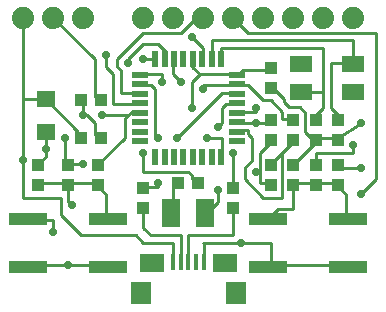
<source format=gbr>
G04 EAGLE Gerber RS-274X export*
G75*
%MOMM*%
%FSLAX34Y34*%
%LPD*%
%INTop Copper*%
%IPPOS*%
%AMOC8*
5,1,8,0,0,1.08239X$1,22.5*%
G01*
%ADD10R,1.800000X1.900000*%
%ADD11R,2.100000X1.600000*%
%ADD12R,0.400000X1.350000*%
%ADD13R,0.508000X1.473200*%
%ADD14R,1.473200X0.508000*%
%ADD15R,1.000000X1.100000*%
%ADD16R,1.100000X1.000000*%
%ADD17R,1.600000X1.400000*%
%ADD18C,1.879600*%
%ADD19R,3.199891X0.999997*%
%ADD20R,1.600000X2.400000*%
%ADD21R,1.900000X1.400000*%
%ADD22C,0.254000*%
%ADD23C,0.711200*%


D10*
X211450Y20850D03*
X131450Y20850D03*
D11*
X140450Y46350D03*
X202450Y46350D03*
D12*
X171450Y47600D03*
X177950Y47600D03*
X184450Y47600D03*
X164950Y47600D03*
X158450Y47600D03*
D13*
X199390Y218948D03*
X191516Y218948D03*
X183388Y218948D03*
X175514Y218948D03*
X167386Y218948D03*
X159512Y218948D03*
X151384Y218948D03*
X143510Y218948D03*
D14*
X130302Y205740D03*
X130302Y197866D03*
X130302Y189738D03*
X130302Y181864D03*
X130302Y173736D03*
X130302Y165862D03*
X130302Y157734D03*
X130302Y149860D03*
D13*
X143510Y136652D03*
X151384Y136652D03*
X159512Y136652D03*
X167386Y136652D03*
X175514Y136652D03*
X183388Y136652D03*
X191516Y136652D03*
X199390Y136652D03*
D14*
X212598Y149860D03*
X212598Y157734D03*
X212598Y165862D03*
X212598Y173736D03*
X212598Y181864D03*
X212598Y189738D03*
X212598Y197866D03*
X212598Y205740D03*
D15*
X69850Y112150D03*
X69850Y129150D03*
X95250Y129150D03*
X95250Y112150D03*
X279400Y112150D03*
X279400Y129150D03*
X298450Y129150D03*
X298450Y112150D03*
X260350Y167250D03*
X260350Y150250D03*
X241300Y112150D03*
X241300Y129150D03*
D16*
X162950Y114300D03*
X179950Y114300D03*
D15*
X44450Y112150D03*
X44450Y129150D03*
X260350Y112150D03*
X260350Y129150D03*
X279400Y167250D03*
X279400Y150250D03*
X298450Y167250D03*
X298450Y150250D03*
D16*
X80400Y152400D03*
X97400Y152400D03*
D15*
X133350Y93100D03*
X133350Y110100D03*
X209550Y93100D03*
X209550Y110100D03*
X241300Y211700D03*
X241300Y194700D03*
D16*
X97400Y184150D03*
X80400Y184150D03*
D15*
X241300Y167250D03*
X241300Y150250D03*
D17*
X50800Y157450D03*
X50800Y185450D03*
D18*
X57150Y254000D03*
X311150Y254000D03*
X285750Y254000D03*
X260350Y254000D03*
X234950Y254000D03*
X209550Y254000D03*
X184150Y254000D03*
X158750Y254000D03*
X133350Y254000D03*
X31750Y254000D03*
X82550Y254000D03*
D19*
X35850Y83500D03*
X35850Y43500D03*
X103850Y83500D03*
X103850Y43500D03*
X239050Y83500D03*
X239050Y43500D03*
X307050Y83500D03*
X307050Y43500D03*
D20*
X157200Y88900D03*
X185700Y88900D03*
D21*
X266925Y191200D03*
X310925Y191200D03*
X310925Y215200D03*
X266925Y215200D03*
D22*
X69850Y130175D02*
X66675Y133350D01*
X66675Y152400D01*
X95250Y184150D02*
X92075Y187325D01*
X92075Y219075D01*
X57150Y254000D01*
X95250Y184150D02*
X97400Y184150D01*
X174625Y212725D02*
X174625Y215900D01*
X174625Y212725D02*
X180975Y206375D01*
X209550Y206375D01*
X174625Y215900D02*
X175514Y218948D01*
X209550Y206375D02*
X212598Y205740D01*
X212725Y165100D02*
X228600Y165100D01*
X241300Y165100D01*
X241300Y167250D01*
X212725Y165100D02*
X212598Y165862D01*
X279400Y130175D02*
X279400Y129150D01*
X180975Y206375D02*
X174625Y200025D01*
X174625Y177800D01*
X82550Y130175D02*
X69850Y130175D01*
X69850Y129150D01*
D23*
X66675Y152400D03*
X311150Y146050D03*
X228600Y165100D03*
X174625Y177800D03*
X82550Y130175D03*
D22*
X279400Y139700D02*
X311150Y139700D01*
X311150Y146050D01*
X279400Y139700D02*
X279400Y129150D01*
X240792Y210312D02*
X217932Y210312D01*
X213360Y205740D01*
X240792Y210312D02*
X241300Y211700D01*
X213360Y205740D02*
X212598Y205740D01*
X69850Y114300D02*
X44450Y114300D01*
X44450Y112150D01*
X95250Y111125D02*
X101600Y104775D01*
X101600Y85725D01*
X95250Y111125D02*
X95250Y112150D01*
X101600Y85725D02*
X103850Y83500D01*
X95250Y114300D02*
X69850Y114300D01*
X69850Y112150D01*
X95250Y112150D02*
X95250Y114300D01*
X57150Y82550D02*
X36800Y82550D01*
X35850Y83500D01*
X57150Y82550D02*
X57150Y73025D01*
X73025Y95250D02*
X69850Y98425D01*
X69850Y112150D01*
D23*
X57150Y73025D03*
X73025Y95250D03*
D22*
X184450Y63200D02*
X184450Y47600D01*
X184450Y63200D02*
X184150Y63500D01*
X215900Y63500D01*
X238575Y43975D02*
X239050Y43500D01*
X279400Y152400D02*
X298450Y152400D01*
X279400Y152400D02*
X279400Y150250D01*
X101600Y44450D02*
X69850Y44450D01*
X38100Y44450D01*
X35850Y43500D01*
X101600Y44450D02*
X103850Y43500D01*
X241300Y44450D02*
X301752Y44450D01*
X304800Y44450D01*
X304711Y43500D02*
X307050Y43500D01*
X304711Y43500D02*
X302461Y44450D01*
X241300Y44450D02*
X239050Y43500D01*
X95250Y152400D02*
X92075Y155575D01*
X92075Y165100D01*
X85725Y171450D02*
X82550Y174625D01*
X85725Y171450D02*
X92075Y165100D01*
X82550Y174625D02*
X82550Y184150D01*
X95250Y152400D02*
X97400Y152400D01*
X82550Y184150D02*
X80400Y184150D01*
X50800Y136525D02*
X44450Y130175D01*
X50800Y142875D02*
X50800Y157450D01*
X50800Y142875D02*
X50800Y136525D01*
X44450Y130175D02*
X44450Y129150D01*
X231775Y114300D02*
X241300Y114300D01*
X231775Y123825D02*
X231775Y139700D01*
X231775Y123825D02*
X231775Y114300D01*
X231775Y139700D02*
X241300Y149225D01*
X241300Y114300D02*
X241300Y112150D01*
X241300Y149225D02*
X241300Y150250D01*
X184150Y219075D02*
X184150Y228600D01*
X174625Y238125D01*
X183388Y218948D02*
X184150Y219075D01*
X212725Y174625D02*
X228600Y174625D01*
X228600Y177800D01*
X212725Y174625D02*
X212598Y173736D01*
X196850Y98425D02*
X187325Y88900D01*
X196850Y98425D02*
X196850Y107950D01*
X187325Y88900D02*
X185700Y88900D01*
X228600Y123825D02*
X231775Y123825D01*
X85725Y171450D02*
X82550Y171450D01*
X298450Y152400D02*
X317500Y165100D01*
X298450Y152400D02*
X298450Y150250D01*
D23*
X174625Y238125D03*
X228600Y177800D03*
X196850Y107950D03*
X228600Y123825D03*
X50800Y142875D03*
X82550Y171450D03*
X215900Y63500D03*
X69850Y44450D03*
X317500Y165100D03*
D22*
X279654Y148590D02*
X261366Y130302D01*
X260350Y129150D01*
X279654Y148590D02*
X279400Y150250D01*
X252222Y185166D02*
X243078Y194310D01*
X252222Y185166D02*
X252222Y182880D01*
X256794Y178308D01*
X265938Y178308D01*
X270510Y173736D01*
X270510Y157734D01*
X277368Y150876D01*
X243078Y194310D02*
X241300Y194700D01*
X277368Y150876D02*
X279400Y150250D01*
X241300Y63500D02*
X241300Y44450D01*
X241300Y63500D02*
X215900Y63500D01*
X301752Y45212D02*
X307050Y43500D01*
X301752Y44450D02*
X301752Y45212D01*
X117475Y152400D02*
X95250Y130175D01*
X117475Y152400D02*
X117475Y168275D01*
X120650Y171450D02*
X123825Y174625D01*
X120650Y171450D02*
X117475Y168275D01*
X123825Y174625D02*
X130175Y174625D01*
X95250Y130175D02*
X95250Y129150D01*
X130302Y173736D02*
X130175Y174625D01*
X120650Y171450D02*
X98425Y171450D01*
D23*
X98425Y171450D03*
D22*
X260350Y114300D02*
X279400Y114300D01*
X260350Y114300D02*
X260350Y112150D01*
X279400Y114300D02*
X298450Y114300D01*
X298450Y112150D01*
X279400Y112150D02*
X279400Y114300D01*
X298450Y111125D02*
X304800Y104775D01*
X304800Y85725D01*
X298450Y111125D02*
X298450Y112150D01*
X304800Y85725D02*
X307050Y83500D01*
X260350Y92075D02*
X247721Y92075D01*
X260350Y92075D02*
X260350Y112150D01*
X247721Y92075D02*
X239050Y83500D01*
X298450Y127000D02*
X317500Y127000D01*
X200025Y152400D02*
X187325Y152400D01*
X200025Y152400D02*
X200025Y139700D01*
X298450Y129150D02*
X298450Y127000D01*
X200025Y139700D02*
X199390Y136652D01*
D23*
X317500Y127000D03*
X187325Y152400D03*
D22*
X250825Y139700D02*
X260350Y149225D01*
X250825Y139700D02*
X241300Y130175D01*
X241300Y129150D01*
X260350Y149225D02*
X260350Y150250D01*
X222250Y158750D02*
X212725Y158750D01*
X222250Y158750D02*
X222250Y155575D01*
X225425Y152400D01*
X225425Y133350D01*
X219075Y127000D01*
X219075Y117475D01*
X234950Y101600D01*
X250825Y101600D01*
X250825Y139700D01*
X212598Y157734D02*
X212725Y158750D01*
X165100Y69850D02*
X165100Y47750D01*
X164950Y47600D01*
X133350Y76200D02*
X133350Y93100D01*
X133350Y76200D02*
X139700Y69850D01*
X165100Y69850D01*
X209550Y69850D02*
X209550Y93100D01*
X209550Y69850D02*
X171450Y69850D01*
X171450Y47600D01*
X146050Y111125D02*
X133350Y111125D01*
X146050Y111125D02*
X146050Y114300D01*
X161925Y152400D02*
X200025Y190500D01*
X209550Y190500D01*
X133350Y111125D02*
X133350Y110100D01*
X209550Y190500D02*
X212598Y189738D01*
D23*
X146050Y114300D03*
X161925Y152400D03*
D22*
X209550Y139700D02*
X209550Y110100D01*
X196850Y161925D02*
X200025Y165100D01*
X200025Y177800D01*
X203200Y180975D01*
X209550Y180975D01*
X212598Y181864D01*
D23*
X209550Y139700D03*
X196850Y161925D03*
D22*
X174625Y117475D02*
X177800Y114300D01*
X174625Y117475D02*
X174625Y120650D01*
X171450Y123825D01*
X133350Y123825D01*
X133350Y139700D01*
X146050Y152400D02*
X142875Y155575D01*
X142875Y193675D01*
X139700Y196850D01*
X133350Y196850D01*
X177800Y114300D02*
X179950Y114300D01*
X133350Y196850D02*
X130302Y197866D01*
X209550Y254000D02*
X222250Y241300D01*
X330200Y241300D01*
X330200Y117475D01*
X317500Y104775D01*
D23*
X133350Y139700D03*
X146050Y152400D03*
X317500Y104775D03*
D22*
X50800Y185450D02*
X31750Y185450D01*
X127000Y69850D02*
X133350Y63500D01*
X158750Y63500D01*
X158450Y63200D01*
X158450Y47600D01*
X31750Y133350D02*
X31750Y185450D01*
X31750Y133350D02*
X31750Y101600D01*
X63500Y101600D01*
X63500Y86783D01*
X250825Y168275D02*
X260350Y168275D01*
X250825Y168275D02*
X250825Y174625D01*
X241300Y184150D01*
X234950Y184150D01*
X222250Y196850D01*
X212725Y196850D01*
X260350Y168275D02*
X260350Y167250D01*
X212725Y196850D02*
X212598Y197866D01*
X31750Y185450D02*
X31750Y254000D01*
X184150Y196850D02*
X209550Y196850D01*
X184150Y196850D02*
X184150Y193675D01*
X209550Y196850D02*
X212598Y197866D01*
D23*
X184150Y193675D03*
X31750Y133350D03*
D22*
X78486Y153162D02*
X78486Y157734D01*
X51054Y185166D01*
X78486Y153162D02*
X80400Y152400D01*
X51054Y185166D02*
X50800Y185450D01*
X63500Y86783D02*
X80433Y69850D01*
X127000Y69850D01*
X130175Y180975D02*
X107950Y180975D01*
X107950Y206375D01*
X101600Y212725D01*
X101600Y222250D01*
X130302Y181864D02*
X130175Y180975D01*
D23*
X101600Y222250D03*
D22*
X114300Y190500D02*
X130175Y190500D01*
X114300Y190500D02*
X114300Y209550D01*
X111125Y212725D01*
X111125Y219075D01*
X133350Y241300D01*
X165100Y241300D01*
X177800Y254000D01*
X184150Y254000D01*
X130175Y190500D02*
X130302Y189738D01*
X133350Y206375D02*
X149225Y206375D01*
X149225Y200025D01*
X133350Y206375D02*
X130302Y205740D01*
D23*
X149225Y200025D03*
D22*
X142875Y219075D02*
X133350Y219075D01*
X142875Y219075D02*
X143510Y218948D01*
D23*
X133350Y219075D03*
D22*
X152400Y219075D02*
X152400Y225425D01*
X146050Y231775D01*
X133350Y231775D01*
X120650Y219075D01*
X120650Y215900D01*
X151384Y218948D02*
X152400Y219075D01*
D23*
X120650Y215900D03*
D22*
X158750Y215900D02*
X158750Y206375D01*
X165100Y200025D01*
X158750Y215900D02*
X159512Y218948D01*
D23*
X165100Y200025D03*
D22*
X199390Y218948D02*
X199390Y228600D01*
X285750Y228600D01*
X285750Y191200D01*
X266925Y191200D01*
X285750Y191200D02*
X285750Y177800D01*
X279400Y171450D01*
X279400Y167250D01*
X191516Y218948D02*
X191516Y234950D01*
X311150Y234950D01*
X311150Y215200D01*
X310925Y215200D01*
X310925Y215900D01*
X292100Y215900D01*
X292100Y177800D01*
X298450Y171450D01*
X298450Y167250D01*
X161925Y114300D02*
X158750Y111125D01*
X158750Y88900D01*
X161925Y114300D02*
X162950Y114300D01*
X158750Y88900D02*
X157200Y88900D01*
M02*

</source>
